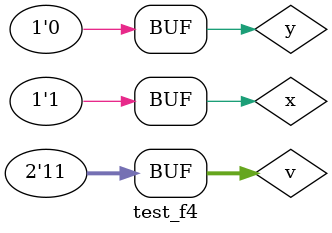
<source format=v>
module f4 (output s, input a , input b, input [1:0] key); 
wire temp0, temp1, temp2, temp3,temp4, temp5, temp6, temp7, temp8;
wire [1:0] keytemp;
//-----Entradas-------
or OR1(temp0, a, b);
xor XOR1(temp1,a, b);
//--multiplexador
not NOT1(keytemp[0], key[1]);
not NOT2(keytemp[1], key[0]);
and AND1(temp3, temp0, keytemp[0]);
and AND2(temp4, temp1, key[0]);
or OR2(temp5, temp3, temp4);
//-----negação----
not NOT3( temp6,temp5);
//--------------------------------
and AND1(temp7, temp5, keytemp[1]);
and AND2(temp8, temp6, key[1]);
or OR3(s, temp7, temp8);

endmodule // f4 
module test_f4; 
// ------------------------- definir dados 
reg x; 
reg y;
reg [1:0]v; 
wire  z;
f4 Teste (z, x, y, v);
 
// ------------------------- parte principal 
initial begin 
$display("Exemplo0034 - Miguel Sousa  - 463985"); 
$display("Test LU's module");  
x = 1; y = 0; v=2'b00; 
// projetar testes do modulo 
#1 $display("x or y = ",z);
v=2'b01;
#1 $display("x nor y = ",z);
v=2'b10;
#1 $display("x xor y = ",z);
v=2'b11;
#1 $display("x xnor y = ",z);
end 
endmodule
</source>
